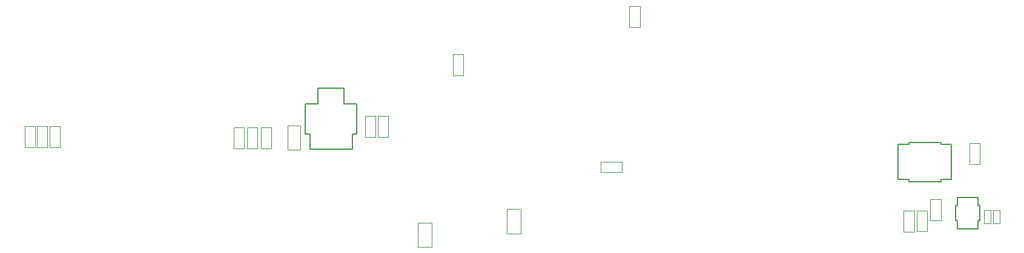
<source format=gbr>
%TF.GenerationSoftware,KiCad,Pcbnew,9.0.3*%
%TF.CreationDate,2025-09-16T12:03:33-04:00*%
%TF.ProjectId,6_COLD_TPC_HV,365f434f-4c44-45f5-9450-435f48562e6b,rev?*%
%TF.SameCoordinates,Original*%
%TF.FileFunction,Other,User*%
%FSLAX46Y46*%
G04 Gerber Fmt 4.6, Leading zero omitted, Abs format (unit mm)*
G04 Created by KiCad (PCBNEW 9.0.3) date 2025-09-16 12:03:33*
%MOMM*%
%LPD*%
G01*
G04 APERTURE LIST*
%ADD10C,0.050000*%
%ADD11C,0.152400*%
G04 APERTURE END LIST*
D10*
%TO.C,R23*%
X263780000Y-135080000D02*
X265240000Y-135080000D01*
X263780000Y-138040000D02*
X263780000Y-135080000D01*
X265240000Y-135080000D02*
X265240000Y-138040000D01*
X265240000Y-138040000D02*
X263780000Y-138040000D01*
%TO.C,C36*%
X186675000Y-146210000D02*
X188635000Y-146210000D01*
X186675000Y-149610000D02*
X186675000Y-146210000D01*
X188635000Y-146210000D02*
X188635000Y-149610000D01*
X188635000Y-149610000D02*
X186675000Y-149610000D01*
%TO.C,C33*%
X256400000Y-144515000D02*
X257860000Y-144515000D01*
X256400000Y-147475000D02*
X256400000Y-144515000D01*
X257860000Y-144515000D02*
X257860000Y-147475000D01*
X257860000Y-147475000D02*
X256400000Y-147475000D01*
%TO.C,C18*%
X160920000Y-132900000D02*
X162380000Y-132900000D01*
X160920000Y-135860000D02*
X160920000Y-132900000D01*
X162380000Y-132900000D02*
X162380000Y-135860000D01*
X162380000Y-135860000D02*
X160920000Y-135860000D01*
%TO.C,C14*%
X133430000Y-132730000D02*
X134890000Y-132730000D01*
X133430000Y-135690000D02*
X133430000Y-132730000D01*
X134890000Y-132730000D02*
X134890000Y-135690000D01*
X134890000Y-135690000D02*
X133430000Y-135690000D01*
%TO.C,R38*%
X191570000Y-122610000D02*
X193030000Y-122610000D01*
X191570000Y-125570000D02*
X191570000Y-122610000D01*
X193030000Y-122610000D02*
X193030000Y-125570000D01*
X193030000Y-125570000D02*
X191570000Y-125570000D01*
D11*
%TO.C,U8*%
X253845400Y-135266600D02*
X253845400Y-140143400D01*
X253845400Y-135266600D02*
X255305900Y-135266600D01*
X253845400Y-140143400D02*
X255305900Y-140143400D01*
X255305900Y-134949100D02*
X255305900Y-135266600D01*
X255305900Y-140143400D02*
X255305900Y-140460900D01*
X255305900Y-140460900D02*
X259801700Y-140460900D01*
X259801700Y-134949100D02*
X255305900Y-134949100D01*
X259801700Y-135266600D02*
X259801700Y-134949100D01*
X259801700Y-140460900D02*
X259801700Y-140143400D01*
X261262200Y-135266600D02*
X259801700Y-135266600D01*
X261262200Y-140143400D02*
X259801700Y-140143400D01*
X261262200Y-140143400D02*
X261262200Y-135266600D01*
D10*
%TO.C,C25*%
X212220000Y-137670000D02*
X215180000Y-137670000D01*
X212220000Y-139130000D02*
X212220000Y-137670000D01*
X215180000Y-137670000D02*
X215180000Y-139130000D01*
X215180000Y-139130000D02*
X212220000Y-139130000D01*
%TO.C,C16*%
X181080000Y-131280000D02*
X182540000Y-131280000D01*
X181080000Y-134240000D02*
X181080000Y-131280000D01*
X182540000Y-131280000D02*
X182540000Y-134240000D01*
X182540000Y-134240000D02*
X181080000Y-134240000D01*
%TO.C,C21*%
X164740000Y-132910000D02*
X166200000Y-132910000D01*
X164740000Y-135870000D02*
X164740000Y-132910000D01*
X166200000Y-132910000D02*
X166200000Y-135870000D01*
X166200000Y-135870000D02*
X164740000Y-135870000D01*
%TO.C,C35*%
X199135000Y-144330000D02*
X201095000Y-144330000D01*
X199135000Y-147730000D02*
X199135000Y-144330000D01*
X201095000Y-144330000D02*
X201095000Y-147730000D01*
X201095000Y-147730000D02*
X199135000Y-147730000D01*
%TO.C,R32*%
X254600000Y-144555000D02*
X256060000Y-144555000D01*
X254600000Y-147515000D02*
X254600000Y-144555000D01*
X256060000Y-144555000D02*
X256060000Y-147515000D01*
X256060000Y-147515000D02*
X254600000Y-147515000D01*
%TO.C,R30*%
X258340000Y-142915000D02*
X259800000Y-142915000D01*
X258340000Y-145875000D02*
X258340000Y-142915000D01*
X259800000Y-142915000D02*
X259800000Y-145875000D01*
X259800000Y-145875000D02*
X258340000Y-145875000D01*
D11*
%TO.C,U9*%
X261868200Y-143813200D02*
X261868200Y-145946800D01*
X261868200Y-145946800D02*
X262137400Y-145946800D01*
X262137400Y-142706400D02*
X262137400Y-143813200D01*
X262137400Y-143813200D02*
X261868200Y-143813200D01*
X262137400Y-147053600D02*
X262137400Y-145946800D01*
X262137400Y-147053600D02*
X265002600Y-147053600D01*
X265002600Y-142706400D02*
X262137400Y-142706400D01*
X265002600Y-142706400D02*
X265002600Y-143813200D01*
X265002600Y-145946800D02*
X265271800Y-145946800D01*
X265002600Y-147053600D02*
X265002600Y-145946800D01*
X265271800Y-143813200D02*
X265002600Y-143813200D01*
X265271800Y-145946800D02*
X265271800Y-143813200D01*
D10*
%TO.C,C26*%
X216250000Y-115850000D02*
X217710000Y-115850000D01*
X216250000Y-118810000D02*
X216250000Y-115850000D01*
X217710000Y-115850000D02*
X217710000Y-118810000D01*
X217710000Y-118810000D02*
X216250000Y-118810000D01*
%TO.C,R12*%
X179290000Y-131260000D02*
X180750000Y-131260000D01*
X179290000Y-134220000D02*
X179290000Y-131260000D01*
X180750000Y-131260000D02*
X180750000Y-134220000D01*
X180750000Y-134220000D02*
X179290000Y-134220000D01*
%TO.C,C20*%
X162820000Y-132900000D02*
X164280000Y-132900000D01*
X162820000Y-135860000D02*
X162820000Y-132900000D01*
X164280000Y-132900000D02*
X164280000Y-135860000D01*
X164280000Y-135860000D02*
X162820000Y-135860000D01*
%TO.C,C29*%
X267080000Y-144460000D02*
X268020000Y-144460000D01*
X267080000Y-146320000D02*
X267080000Y-144460000D01*
X268020000Y-144460000D02*
X268020000Y-146320000D01*
X268020000Y-146320000D02*
X267080000Y-146320000D01*
%TO.C,C17*%
X168500000Y-132620000D02*
X170260000Y-132620000D01*
X168500000Y-136020000D02*
X168500000Y-132620000D01*
X170260000Y-132620000D02*
X170260000Y-136020000D01*
X170260000Y-136020000D02*
X168500000Y-136020000D01*
%TO.C,C15*%
X135210000Y-132740000D02*
X136670000Y-132740000D01*
X135210000Y-135700000D02*
X135210000Y-132740000D01*
X136670000Y-132740000D02*
X136670000Y-135700000D01*
X136670000Y-135700000D02*
X135210000Y-135700000D01*
%TO.C,C12*%
X131690000Y-132720000D02*
X133150000Y-132720000D01*
X131690000Y-135680000D02*
X131690000Y-132720000D01*
X133150000Y-132720000D02*
X133150000Y-135680000D01*
X133150000Y-135680000D02*
X131690000Y-135680000D01*
%TO.C,R24*%
X265820000Y-144460000D02*
X266760000Y-144460000D01*
X265820000Y-146320000D02*
X265820000Y-144460000D01*
X266760000Y-144460000D02*
X266760000Y-146320000D01*
X266760000Y-146320000D02*
X265820000Y-146320000D01*
D11*
%TO.C,U3*%
X170943200Y-129551800D02*
X170943200Y-133768200D01*
X170943200Y-133768200D02*
X171565500Y-133768200D01*
X171565500Y-133768200D02*
X171565500Y-135914500D01*
X171565500Y-135914500D02*
X177534500Y-135914500D01*
X172721200Y-127405500D02*
X172721200Y-129551800D01*
X172721200Y-129551800D02*
X170943200Y-129551800D01*
X176378800Y-127405500D02*
X172721200Y-127405500D01*
X176378800Y-129551800D02*
X176378800Y-127405500D01*
X177534500Y-133768200D02*
X178156800Y-133768200D01*
X177534500Y-135914500D02*
X177534500Y-133768200D01*
X178156800Y-129551800D02*
X176378800Y-129551800D01*
X178156800Y-133768200D02*
X178156800Y-129551800D01*
%TD*%
M02*

</source>
